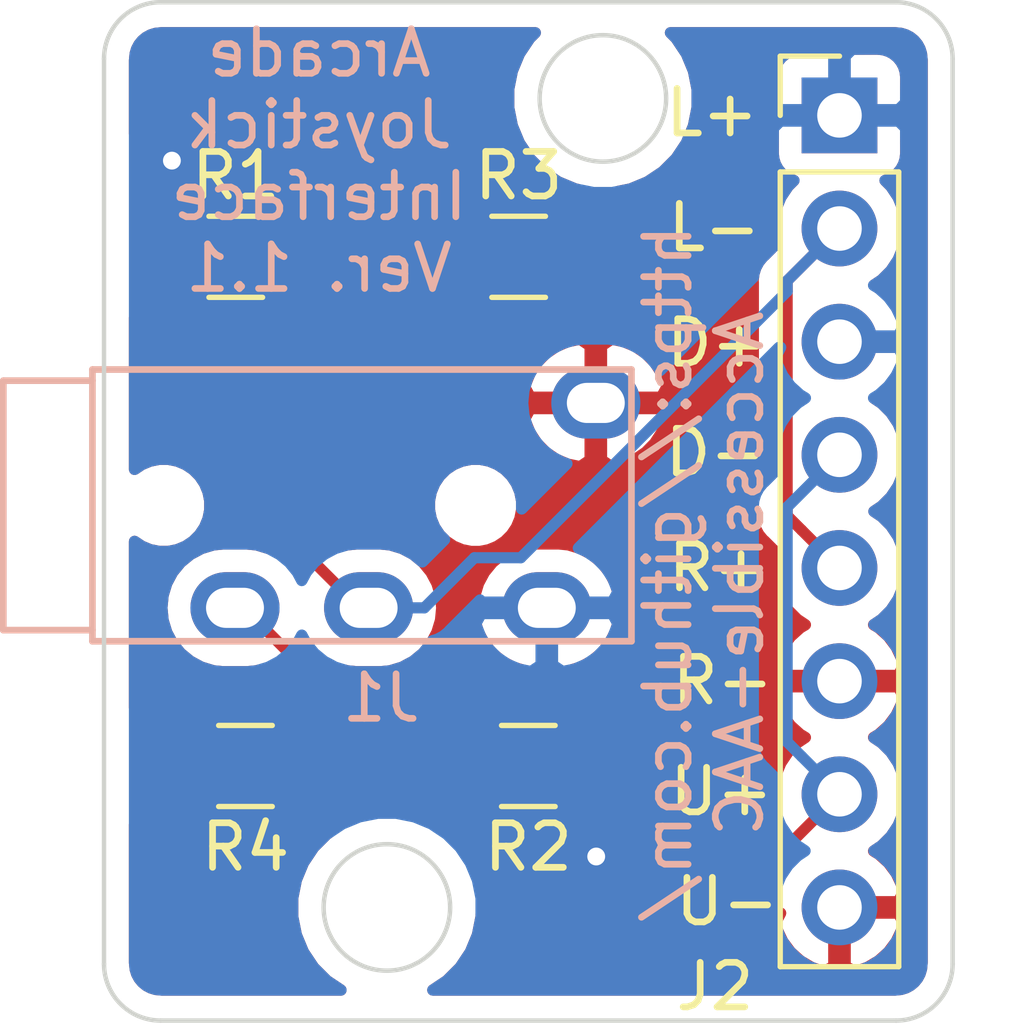
<source format=kicad_pcb>
(kicad_pcb (version 20171130) (host pcbnew 5.1.10-88a1d61d58~90~ubuntu20.04.1)

  (general
    (thickness 1.6)
    (drawings 12)
    (tracks 34)
    (zones 0)
    (modules 6)
    (nets 5)
  )

  (page USLetter)
  (title_block
    (title "Arcade Joystick Interface Board")
    (date 2019-06-26)
    (rev 1.1)
    (comment 1 "Copyright 2019 Don Haig (accessible.aac at gmail dot com)")
    (comment 2 http://creativecommons.org/licenses/by-sa/4.0/)
    (comment 3 "International License")
    (comment 4 "This work is licensed under a Creative Commons Attribution-ShareAlike 4.0")
  )

  (layers
    (0 F.Cu signal)
    (31 B.Cu signal)
    (32 B.Adhes user)
    (33 F.Adhes user)
    (34 B.Paste user)
    (35 F.Paste user)
    (36 B.SilkS user)
    (37 F.SilkS user)
    (38 B.Mask user)
    (39 F.Mask user)
    (40 Dwgs.User user)
    (41 Cmts.User user)
    (42 Eco1.User user)
    (43 Eco2.User user)
    (44 Edge.Cuts user)
    (45 Margin user)
    (46 B.CrtYd user)
    (47 F.CrtYd user)
    (48 B.Fab user)
    (49 F.Fab user)
  )

  (setup
    (last_trace_width 0.25)
    (trace_clearance 0.2)
    (zone_clearance 0.508)
    (zone_45_only no)
    (trace_min 0.2)
    (via_size 0.8)
    (via_drill 0.4)
    (via_min_size 0.4)
    (via_min_drill 0.3)
    (uvia_size 0.3)
    (uvia_drill 0.1)
    (uvias_allowed no)
    (uvia_min_size 0.2)
    (uvia_min_drill 0.1)
    (edge_width 0.1)
    (segment_width 0.2)
    (pcb_text_width 0.3)
    (pcb_text_size 1.5 1.5)
    (mod_edge_width 0.15)
    (mod_text_size 1 1)
    (mod_text_width 0.15)
    (pad_size 1.524 1.524)
    (pad_drill 0.762)
    (pad_to_mask_clearance 0)
    (aux_axis_origin 0 0)
    (visible_elements FFFFFF7F)
    (pcbplotparams
      (layerselection 0x010fc_ffffffff)
      (usegerberextensions true)
      (usegerberattributes false)
      (usegerberadvancedattributes false)
      (creategerberjobfile false)
      (excludeedgelayer true)
      (linewidth 0.100000)
      (plotframeref false)
      (viasonmask false)
      (mode 1)
      (useauxorigin false)
      (hpglpennumber 1)
      (hpglpenspeed 20)
      (hpglpendiameter 15.000000)
      (psnegative false)
      (psa4output false)
      (plotreference true)
      (plotvalue true)
      (plotinvisibletext false)
      (padsonsilk false)
      (subtractmaskfromsilk false)
      (outputformat 1)
      (mirror false)
      (drillshape 0)
      (scaleselection 1)
      (outputdirectory "gerber/"))
  )

  (net 0 "")
  (net 1 /Gnd)
  (net 2 /V+)
  (net 3 /LR)
  (net 4 /UD)

  (net_class Default "This is the default net class."
    (clearance 0.2)
    (trace_width 0.25)
    (via_dia 0.8)
    (via_drill 0.4)
    (uvia_dia 0.3)
    (uvia_drill 0.1)
    (add_net /Gnd)
    (add_net /LR)
    (add_net /UD)
    (add_net /V+)
  )

  (module Resistor_SMD:R_1206_3216Metric (layer F.Cu) (tedit 5B301BBD) (tstamp 5D143028)
    (at 130.175 95.885 180)
    (descr "Resistor SMD 1206 (3216 Metric), square (rectangular) end terminal, IPC_7351 nominal, (Body size source: http://www.tortai-tech.com/upload/download/2011102023233369053.pdf), generated with kicad-footprint-generator")
    (tags resistor)
    (path /5D145693)
    (attr smd)
    (fp_text reference R4 (at 0 -1.82) (layer F.SilkS)
      (effects (font (size 1 1) (thickness 0.15)))
    )
    (fp_text value 10k (at 0 1.82) (layer F.Fab)
      (effects (font (size 1 1) (thickness 0.15)))
    )
    (fp_line (start -1.6 0.8) (end -1.6 -0.8) (layer F.Fab) (width 0.1))
    (fp_line (start -1.6 -0.8) (end 1.6 -0.8) (layer F.Fab) (width 0.1))
    (fp_line (start 1.6 -0.8) (end 1.6 0.8) (layer F.Fab) (width 0.1))
    (fp_line (start 1.6 0.8) (end -1.6 0.8) (layer F.Fab) (width 0.1))
    (fp_line (start -0.602064 -0.91) (end 0.602064 -0.91) (layer F.SilkS) (width 0.12))
    (fp_line (start -0.602064 0.91) (end 0.602064 0.91) (layer F.SilkS) (width 0.12))
    (fp_line (start -2.28 1.12) (end -2.28 -1.12) (layer F.CrtYd) (width 0.05))
    (fp_line (start -2.28 -1.12) (end 2.28 -1.12) (layer F.CrtYd) (width 0.05))
    (fp_line (start 2.28 -1.12) (end 2.28 1.12) (layer F.CrtYd) (width 0.05))
    (fp_line (start 2.28 1.12) (end -2.28 1.12) (layer F.CrtYd) (width 0.05))
    (fp_text user %R (at 0 0) (layer F.Fab)
      (effects (font (size 0.8 0.8) (thickness 0.12)))
    )
    (pad 2 smd roundrect (at 1.4 0 180) (size 1.25 1.75) (layers F.Cu F.Paste F.Mask) (roundrect_rratio 0.2)
      (net 1 /Gnd))
    (pad 1 smd roundrect (at -1.4 0 180) (size 1.25 1.75) (layers F.Cu F.Paste F.Mask) (roundrect_rratio 0.2)
      (net 4 /UD))
    (model ${KISYS3DMOD}/Resistor_SMD.3dshapes/R_1206_3216Metric.wrl
      (at (xyz 0 0 0))
      (scale (xyz 1 1 1))
      (rotate (xyz 0 0 0))
    )
  )

  (module Resistor_SMD:R_1206_3216Metric (layer F.Cu) (tedit 5B301BBD) (tstamp 5D142C84)
    (at 136.3075 84.455)
    (descr "Resistor SMD 1206 (3216 Metric), square (rectangular) end terminal, IPC_7351 nominal, (Body size source: http://www.tortai-tech.com/upload/download/2011102023233369053.pdf), generated with kicad-footprint-generator")
    (tags resistor)
    (path /5D145689)
    (attr smd)
    (fp_text reference R3 (at 0 -1.82) (layer F.SilkS)
      (effects (font (size 1 1) (thickness 0.15)))
    )
    (fp_text value 10k (at 0 1.82) (layer F.Fab)
      (effects (font (size 1 1) (thickness 0.15)))
    )
    (fp_line (start -1.6 0.8) (end -1.6 -0.8) (layer F.Fab) (width 0.1))
    (fp_line (start -1.6 -0.8) (end 1.6 -0.8) (layer F.Fab) (width 0.1))
    (fp_line (start 1.6 -0.8) (end 1.6 0.8) (layer F.Fab) (width 0.1))
    (fp_line (start 1.6 0.8) (end -1.6 0.8) (layer F.Fab) (width 0.1))
    (fp_line (start -0.602064 -0.91) (end 0.602064 -0.91) (layer F.SilkS) (width 0.12))
    (fp_line (start -0.602064 0.91) (end 0.602064 0.91) (layer F.SilkS) (width 0.12))
    (fp_line (start -2.28 1.12) (end -2.28 -1.12) (layer F.CrtYd) (width 0.05))
    (fp_line (start -2.28 -1.12) (end 2.28 -1.12) (layer F.CrtYd) (width 0.05))
    (fp_line (start 2.28 -1.12) (end 2.28 1.12) (layer F.CrtYd) (width 0.05))
    (fp_line (start 2.28 1.12) (end -2.28 1.12) (layer F.CrtYd) (width 0.05))
    (fp_text user %R (at 0 0) (layer F.Fab)
      (effects (font (size 0.8 0.8) (thickness 0.12)))
    )
    (pad 2 smd roundrect (at 1.4 0) (size 1.25 1.75) (layers F.Cu F.Paste F.Mask) (roundrect_rratio 0.2)
      (net 1 /Gnd))
    (pad 1 smd roundrect (at -1.4 0) (size 1.25 1.75) (layers F.Cu F.Paste F.Mask) (roundrect_rratio 0.2)
      (net 3 /LR))
    (model ${KISYS3DMOD}/Resistor_SMD.3dshapes/R_1206_3216Metric.wrl
      (at (xyz 0 0 0))
      (scale (xyz 1 1 1))
      (rotate (xyz 0 0 0))
    )
  )

  (module Resistor_SMD:R_1206_3216Metric (layer F.Cu) (tedit 5B301BBD) (tstamp 5D142C73)
    (at 136.525 95.885 180)
    (descr "Resistor SMD 1206 (3216 Metric), square (rectangular) end terminal, IPC_7351 nominal, (Body size source: http://www.tortai-tech.com/upload/download/2011102023233369053.pdf), generated with kicad-footprint-generator")
    (tags resistor)
    (path /5D145181)
    (attr smd)
    (fp_text reference R2 (at 0 -1.82) (layer F.SilkS)
      (effects (font (size 1 1) (thickness 0.15)))
    )
    (fp_text value 10k (at 0 1.82) (layer F.Fab)
      (effects (font (size 1 1) (thickness 0.15)))
    )
    (fp_line (start -1.6 0.8) (end -1.6 -0.8) (layer F.Fab) (width 0.1))
    (fp_line (start -1.6 -0.8) (end 1.6 -0.8) (layer F.Fab) (width 0.1))
    (fp_line (start 1.6 -0.8) (end 1.6 0.8) (layer F.Fab) (width 0.1))
    (fp_line (start 1.6 0.8) (end -1.6 0.8) (layer F.Fab) (width 0.1))
    (fp_line (start -0.602064 -0.91) (end 0.602064 -0.91) (layer F.SilkS) (width 0.12))
    (fp_line (start -0.602064 0.91) (end 0.602064 0.91) (layer F.SilkS) (width 0.12))
    (fp_line (start -2.28 1.12) (end -2.28 -1.12) (layer F.CrtYd) (width 0.05))
    (fp_line (start -2.28 -1.12) (end 2.28 -1.12) (layer F.CrtYd) (width 0.05))
    (fp_line (start 2.28 -1.12) (end 2.28 1.12) (layer F.CrtYd) (width 0.05))
    (fp_line (start 2.28 1.12) (end -2.28 1.12) (layer F.CrtYd) (width 0.05))
    (fp_text user %R (at 0 0) (layer F.Fab)
      (effects (font (size 0.8 0.8) (thickness 0.12)))
    )
    (pad 2 smd roundrect (at 1.4 0 180) (size 1.25 1.75) (layers F.Cu F.Paste F.Mask) (roundrect_rratio 0.2)
      (net 4 /UD))
    (pad 1 smd roundrect (at -1.4 0 180) (size 1.25 1.75) (layers F.Cu F.Paste F.Mask) (roundrect_rratio 0.2)
      (net 2 /V+))
    (model ${KISYS3DMOD}/Resistor_SMD.3dshapes/R_1206_3216Metric.wrl
      (at (xyz 0 0 0))
      (scale (xyz 1 1 1))
      (rotate (xyz 0 0 0))
    )
  )

  (module Resistor_SMD:R_1206_3216Metric (layer F.Cu) (tedit 5B301BBD) (tstamp 5D142C62)
    (at 129.9575 84.455)
    (descr "Resistor SMD 1206 (3216 Metric), square (rectangular) end terminal, IPC_7351 nominal, (Body size source: http://www.tortai-tech.com/upload/download/2011102023233369053.pdf), generated with kicad-footprint-generator")
    (tags resistor)
    (path /5D143B73)
    (attr smd)
    (fp_text reference R1 (at 0 -1.82) (layer F.SilkS)
      (effects (font (size 1 1) (thickness 0.15)))
    )
    (fp_text value 10k (at 0 1.82) (layer F.Fab)
      (effects (font (size 1 1) (thickness 0.15)))
    )
    (fp_line (start -1.6 0.8) (end -1.6 -0.8) (layer F.Fab) (width 0.1))
    (fp_line (start -1.6 -0.8) (end 1.6 -0.8) (layer F.Fab) (width 0.1))
    (fp_line (start 1.6 -0.8) (end 1.6 0.8) (layer F.Fab) (width 0.1))
    (fp_line (start 1.6 0.8) (end -1.6 0.8) (layer F.Fab) (width 0.1))
    (fp_line (start -0.602064 -0.91) (end 0.602064 -0.91) (layer F.SilkS) (width 0.12))
    (fp_line (start -0.602064 0.91) (end 0.602064 0.91) (layer F.SilkS) (width 0.12))
    (fp_line (start -2.28 1.12) (end -2.28 -1.12) (layer F.CrtYd) (width 0.05))
    (fp_line (start -2.28 -1.12) (end 2.28 -1.12) (layer F.CrtYd) (width 0.05))
    (fp_line (start 2.28 -1.12) (end 2.28 1.12) (layer F.CrtYd) (width 0.05))
    (fp_line (start 2.28 1.12) (end -2.28 1.12) (layer F.CrtYd) (width 0.05))
    (fp_text user %R (at 0 0) (layer F.Fab)
      (effects (font (size 0.8 0.8) (thickness 0.12)))
    )
    (pad 2 smd roundrect (at 1.4 0) (size 1.25 1.75) (layers F.Cu F.Paste F.Mask) (roundrect_rratio 0.2)
      (net 3 /LR))
    (pad 1 smd roundrect (at -1.4 0) (size 1.25 1.75) (layers F.Cu F.Paste F.Mask) (roundrect_rratio 0.2)
      (net 2 /V+))
    (model ${KISYS3DMOD}/Resistor_SMD.3dshapes/R_1206_3216Metric.wrl
      (at (xyz 0 0 0))
      (scale (xyz 1 1 1))
      (rotate (xyz 0 0 0))
    )
  )

  (module dbh_kicad_library:Mr_Joystick (layer F.Cu) (tedit 5E1E2BA5) (tstamp 5D142C51)
    (at 143.51 81.28)
    (descr "Through hole straight pin header, 1x08, 2.54mm pitch, single row")
    (tags "Through hole pin header THT 1x08 2.54mm single row")
    (path /5D15435B)
    (fp_text reference J2 (at -2.794 19.558) (layer F.SilkS)
      (effects (font (size 1 1) (thickness 0.15)))
    )
    (fp_text value Mr_Joystick (at 3.302 8.8392 90) (layer F.Fab)
      (effects (font (size 1 1) (thickness 0.15)))
    )
    (fp_line (start -0.635 -1.27) (end 1.27 -1.27) (layer F.Fab) (width 0.1))
    (fp_line (start 1.27 -1.27) (end 1.27 19.05) (layer F.Fab) (width 0.1))
    (fp_line (start 1.27 19.05) (end -1.27 19.05) (layer F.Fab) (width 0.1))
    (fp_line (start -1.27 19.05) (end -1.27 -0.635) (layer F.Fab) (width 0.1))
    (fp_line (start -1.27 -0.635) (end -0.635 -1.27) (layer F.Fab) (width 0.1))
    (fp_line (start -1.33 19.11) (end 1.33 19.11) (layer F.SilkS) (width 0.12))
    (fp_line (start -1.33 1.27) (end -1.33 19.11) (layer F.SilkS) (width 0.12))
    (fp_line (start 1.33 1.27) (end 1.33 19.11) (layer F.SilkS) (width 0.12))
    (fp_line (start -1.33 1.27) (end 1.33 1.27) (layer F.SilkS) (width 0.12))
    (fp_line (start -1.33 0) (end -1.33 -1.33) (layer F.SilkS) (width 0.12))
    (fp_line (start -1.33 -1.33) (end 0 -1.33) (layer F.SilkS) (width 0.12))
    (fp_line (start -1.8 -1.8) (end -1.8 19.55) (layer F.CrtYd) (width 0.05))
    (fp_line (start -1.8 19.55) (end 1.8 19.55) (layer F.CrtYd) (width 0.05))
    (fp_line (start 1.8 19.55) (end 1.8 -1.8) (layer F.CrtYd) (width 0.05))
    (fp_line (start 1.8 -1.8) (end -1.8 -1.8) (layer F.CrtYd) (width 0.05))
    (fp_text user U- (at -2.52 17.65) (layer F.SilkS)
      (effects (font (size 1 1) (thickness 0.15)))
    )
    (fp_text user U+ (at -2.65 15.18) (layer F.SilkS)
      (effects (font (size 1 1) (thickness 0.15)))
    )
    (fp_text user R- (at -2.62 12.69) (layer F.SilkS)
      (effects (font (size 1 1) (thickness 0.15)))
    )
    (fp_text user R+ (at -2.71 10.15) (layer F.SilkS)
      (effects (font (size 1 1) (thickness 0.15)))
    )
    (fp_text user D- (at -2.78 7.57) (layer F.SilkS)
      (effects (font (size 1 1) (thickness 0.15)))
    )
    (fp_text user D+ (at -2.75 5.11) (layer F.SilkS)
      (effects (font (size 1 1) (thickness 0.15)))
    )
    (fp_text user L- (at -2.81 2.52) (layer F.SilkS)
      (effects (font (size 1 1) (thickness 0.15)))
    )
    (fp_text user L+ (at -2.86 -0.06) (layer F.SilkS)
      (effects (font (size 1 1) (thickness 0.15)))
    )
    (fp_text user %R (at 0 8.89 90) (layer F.Fab)
      (effects (font (size 1 1) (thickness 0.15)))
    )
    (pad 8 thru_hole oval (at 0 17.78) (size 1.7 1.7) (drill 1) (layers *.Cu *.Mask)
      (net 1 /Gnd))
    (pad 7 thru_hole oval (at 0 15.24) (size 1.7 1.7) (drill 1) (layers *.Cu *.Mask)
      (net 4 /UD))
    (pad 6 thru_hole oval (at 0 12.7) (size 1.7 1.7) (drill 1) (layers *.Cu *.Mask)
      (net 1 /Gnd))
    (pad 5 thru_hole oval (at 0 10.16) (size 1.7 1.7) (drill 1) (layers *.Cu *.Mask)
      (net 3 /LR))
    (pad 4 thru_hole oval (at 0 7.62) (size 1.7 1.7) (drill 1) (layers *.Cu *.Mask)
      (net 4 /UD))
    (pad 3 thru_hole oval (at 0 5.08) (size 1.7 1.7) (drill 1) (layers *.Cu *.Mask)
      (net 2 /V+))
    (pad 2 thru_hole oval (at 0 2.54) (size 1.7 1.7) (drill 1) (layers *.Cu *.Mask)
      (net 3 /LR))
    (pad 1 thru_hole rect (at 0 0) (size 1.7 1.7) (drill 1) (layers *.Cu *.Mask)
      (net 2 /V+))
  )

  (module dbh_kicad_library:PJ-320A (layer B.Cu) (tedit 5C8461F3) (tstamp 5D142C25)
    (at 129.890001 92.075)
    (path /5D14DF63)
    (autoplace_cost90 8)
    (fp_text reference J1 (at 3.332999 2.286) (layer B.SilkS)
      (effects (font (size 1 1) (thickness 0.15)) (justify mirror))
    )
    (fp_text value PJ320A (at 1.48 -3.97) (layer B.Fab)
      (effects (font (size 1 1) (thickness 0.15)) (justify mirror))
    )
    (fp_line (start -3.15 1.01) (end -3.15 -5.09) (layer B.SilkS) (width 0.15))
    (fp_line (start 8.95 1.01) (end 8.95 -5.09) (layer B.SilkS) (width 0.15))
    (fp_line (start -3.15 1.01) (end 8.95 1.01) (layer B.SilkS) (width 0.15))
    (fp_line (start -3.15 -5.09) (end 8.95 -5.09) (layer B.SilkS) (width 0.15))
    (fp_line (start -3.15 0.76) (end -5.15 0.76) (layer B.SilkS) (width 0.15))
    (fp_line (start -3.15 -4.84) (end -5.15 -4.84) (layer B.SilkS) (width 0.15))
    (fp_line (start -5.15 0.76) (end -5.15 -4.84) (layer B.SilkS) (width 0.15))
    (pad 5 thru_hole oval (at 8.15 -4.34 270) (size 1.6 2) (drill oval 0.9 1.3) (layers *.Cu *.Mask)
      (net 1 /Gnd))
    (pad 4 thru_hole oval (at 7.05 0.26 270) (size 1.6 2) (drill oval 0.9 1.3) (layers *.Cu *.Mask)
      (net 2 /V+))
    (pad 2 thru_hole oval (at 0.05 0.26 270) (size 1.6 2) (drill oval 0.9 1.3) (layers *.Cu *.Mask)
      (net 4 /UD))
    (pad "" np_thru_hole circle (at 5.45 -2.04 270) (size 0.8 0.8) (drill 0.8) (layers *.Cu *.Mask))
    (pad "" np_thru_hole circle (at -1.55 -2.04 270) (size 0.8 0.8) (drill 0.8) (layers *.Cu *.Mask))
    (pad 3 thru_hole oval (at 3.05 0.26 270) (size 1.6 2) (drill oval 0.9 1.3) (layers *.Cu *.Mask)
      (net 3 /LR))
    (model /home/don/projects/github/Accessible-AAC/Hardware/KiCad_libraries/3D_models/pj320a.wrl
      (at (xyz 0 0 0))
      (scale (xyz 1 1 1))
      (rotate (xyz 0 0 90))
    )
    (model /home/don/kicad/libraries/dbh_kicad_library/3D_models/pj320a/pj320a.wrl
      (at (xyz 0 0 0))
      (scale (xyz 1 1 1))
      (rotate (xyz 0 0 0))
    )
  )

  (gr_text "https://github.com/\nAccessible-AAC" (at 140.462 91.567 90) (layer B.SilkS) (tstamp 5E717E46)
    (effects (font (size 1 1) (thickness 0.15)) (justify mirror))
  )
  (gr_circle (center 138.198903 80.899) (end 138.833903 82.169) (layer Edge.Cuts) (width 0.1) (tstamp 5D14400D))
  (gr_circle (center 133.35 99.06) (end 133.985 100.33) (layer Edge.Cuts) (width 0.1))
  (gr_text "Arcade\nJoystick\nInterface\nVer. 1.1" (at 131.826 82.296) (layer B.SilkS)
    (effects (font (size 1 1) (thickness 0.15)) (justify mirror))
  )
  (gr_line (start 127 100.33) (end 127 80.01) (layer Edge.Cuts) (width 0.1) (tstamp 5D1437C0))
  (gr_line (start 144.78 101.6) (end 128.27 101.6) (layer Edge.Cuts) (width 0.1) (tstamp 5D1437BC))
  (gr_line (start 146.05 80.01) (end 146.05 100.33) (layer Edge.Cuts) (width 0.1) (tstamp 5D1437B8))
  (gr_line (start 128.27 78.74) (end 144.78 78.74) (layer Edge.Cuts) (width 0.1) (tstamp 5D1437B3))
  (gr_arc (start 144.78 80.01) (end 146.05 80.01) (angle -90) (layer Edge.Cuts) (width 0.1) (tstamp 5D143791))
  (gr_arc (start 128.27 80.01) (end 128.27 78.74) (angle -90) (layer Edge.Cuts) (width 0.1) (tstamp 5D14377F))
  (gr_arc (start 128.27 100.33) (end 127 100.33) (angle -90) (layer Edge.Cuts) (width 0.1) (tstamp 5D143764))
  (gr_arc (start 144.78 100.33) (end 144.78 101.6) (angle -90) (layer Edge.Cuts) (width 0.1))

  (via (at 128.524 82.296) (size 0.8) (drill 0.4) (layers F.Cu B.Cu) (net 2))
  (via (at 138.049 97.917) (size 0.8) (drill 0.4) (layers F.Cu B.Cu) (net 2))
  (segment (start 138.0125 97.8805) (end 138.049 97.917) (width 0.25) (layer F.Cu) (net 2))
  (segment (start 138.0125 95.885) (end 138.0125 97.8805) (width 0.25) (layer F.Cu) (net 2))
  (segment (start 128.47 82.35) (end 128.524 82.296) (width 0.25) (layer F.Cu) (net 2))
  (segment (start 128.47 84.455) (end 128.47 82.35) (width 0.25) (layer F.Cu) (net 2))
  (segment (start 134.82 84.455) (end 131.445 84.455) (width 0.25) (layer F.Cu) (net 3))
  (segment (start 132.740001 92.335) (end 132.940001 92.335) (width 0.25) (layer F.Cu) (net 3))
  (segment (start 131.445 91.039999) (end 132.740001 92.335) (width 0.25) (layer F.Cu) (net 3))
  (segment (start 131.445 84.455) (end 131.445 91.039999) (width 0.25) (layer F.Cu) (net 3))
  (segment (start 142.334999 90.264999) (end 142.660001 90.590001) (width 0.25) (layer F.Cu) (net 3))
  (segment (start 142.660001 90.590001) (end 143.51 91.44) (width 0.25) (layer F.Cu) (net 3))
  (segment (start 142.334999 84.995001) (end 142.334999 90.264999) (width 0.25) (layer F.Cu) (net 3))
  (segment (start 143.51 83.82) (end 142.334999 84.995001) (width 0.25) (layer F.Cu) (net 3))
  (segment (start 134.82 84.455) (end 134.82 83.48) (width 0.25) (layer F.Cu) (net 3))
  (segment (start 134.190001 92.335) (end 132.940001 92.335) (width 0.25) (layer B.Cu) (net 3))
  (segment (start 136.356015 91.20999) (end 135.315011 91.20999) (width 0.25) (layer B.Cu) (net 3))
  (segment (start 142.334999 85.231006) (end 136.356015 91.20999) (width 0.25) (layer B.Cu) (net 3))
  (segment (start 135.315011 91.20999) (end 134.190001 92.335) (width 0.25) (layer B.Cu) (net 3))
  (segment (start 142.334999 84.995001) (end 142.334999 85.231006) (width 0.25) (layer B.Cu) (net 3))
  (segment (start 143.51 83.82) (end 142.334999 84.995001) (width 0.25) (layer B.Cu) (net 3))
  (segment (start 130.140001 92.335) (end 129.940001 92.335) (width 0.25) (layer F.Cu) (net 4))
  (segment (start 131.6625 93.857499) (end 130.140001 92.335) (width 0.25) (layer F.Cu) (net 4))
  (segment (start 131.6625 95.885) (end 131.6625 93.857499) (width 0.25) (layer F.Cu) (net 4))
  (segment (start 134.225 95.885) (end 131.6625 95.885) (width 0.25) (layer F.Cu) (net 4))
  (segment (start 135.0375 95.885) (end 134.225 95.885) (width 0.25) (layer F.Cu) (net 4))
  (segment (start 141.387999 98.642001) (end 135.980001 98.642001) (width 0.25) (layer F.Cu) (net 4))
  (segment (start 143.51 96.52) (end 141.387999 98.642001) (width 0.25) (layer F.Cu) (net 4))
  (segment (start 135.0375 97.6995) (end 135.0375 95.885) (width 0.25) (layer F.Cu) (net 4))
  (segment (start 135.980001 98.642001) (end 135.0375 97.6995) (width 0.25) (layer F.Cu) (net 4))
  (segment (start 142.660001 95.670001) (end 143.51 96.52) (width 0.25) (layer B.Cu) (net 4))
  (segment (start 142.334999 90.075001) (end 142.334999 95.344999) (width 0.25) (layer B.Cu) (net 4))
  (segment (start 142.334999 95.344999) (end 142.660001 95.670001) (width 0.25) (layer B.Cu) (net 4))
  (segment (start 143.51 88.9) (end 142.334999 90.075001) (width 0.25) (layer B.Cu) (net 4))

  (zone (net 1) (net_name /Gnd) (layer F.Cu) (tstamp 5D298B45) (hatch edge 0.508)
    (connect_pads (clearance 0.508))
    (min_thickness 0.254)
    (fill yes (arc_segments 32) (thermal_gap 0.508) (thermal_bridge_width 0.508))
    (polygon
      (pts
        (xy 145.923 80.01) (xy 145.923 100.33) (xy 145.796 100.838) (xy 145.542 101.092) (xy 145.034 101.473)
        (xy 144.653 101.473) (xy 128.27 101.473) (xy 127.889 101.346) (xy 127.508 101.092) (xy 127.254 100.838)
        (xy 127.127 100.33) (xy 127.127 79.883) (xy 127.381 79.248) (xy 128.016 78.867) (xy 144.907 78.867)
        (xy 145.288 78.994) (xy 145.669 79.248) (xy 145.796 79.629)
      )
    )
    (filled_polygon
      (pts
        (xy 136.556331 79.550976) (xy 136.324906 79.897328) (xy 136.165498 80.282173) (xy 136.084232 80.690723) (xy 136.084232 81.107277)
        (xy 136.165498 81.515827) (xy 136.324906 81.900672) (xy 136.556331 82.247024) (xy 136.850879 82.541572) (xy 137.197231 82.772997)
        (xy 137.582076 82.932405) (xy 137.645395 82.945) (xy 137.580498 82.945) (xy 137.580498 83.103748) (xy 137.42175 82.945)
        (xy 137.0825 82.941928) (xy 136.958018 82.954188) (xy 136.83832 82.990498) (xy 136.728006 83.049463) (xy 136.631315 83.128815)
        (xy 136.551963 83.225506) (xy 136.492998 83.33582) (xy 136.456688 83.455518) (xy 136.444428 83.58) (xy 136.4475 84.16925)
        (xy 136.60625 84.328) (xy 137.5805 84.328) (xy 137.5805 84.308) (xy 137.8345 84.308) (xy 137.8345 84.328)
        (xy 138.80875 84.328) (xy 138.9675 84.16925) (xy 138.970572 83.58) (xy 138.958312 83.455518) (xy 138.922002 83.33582)
        (xy 138.863037 83.225506) (xy 138.783685 83.128815) (xy 138.686994 83.049463) (xy 138.57668 82.990498) (xy 138.555689 82.984131)
        (xy 138.81573 82.932405) (xy 139.200575 82.772997) (xy 139.546927 82.541572) (xy 139.841475 82.247024) (xy 140.0729 81.900672)
        (xy 140.232308 81.515827) (xy 140.313574 81.107277) (xy 140.313574 80.690723) (xy 140.232308 80.282173) (xy 140.0729 79.897328)
        (xy 139.841475 79.550976) (xy 139.715499 79.425) (xy 144.746496 79.425) (xy 144.892992 79.439364) (xy 145.00167 79.472176)
        (xy 145.101918 79.525479) (xy 145.189897 79.597232) (xy 145.262263 79.684707) (xy 145.316263 79.784579) (xy 145.349833 79.893027)
        (xy 145.365 80.037331) (xy 145.365001 100.296486) (xy 145.350636 100.442992) (xy 145.317823 100.551672) (xy 145.264522 100.651917)
        (xy 145.192769 100.739895) (xy 145.105292 100.812263) (xy 145.00542 100.866263) (xy 144.896973 100.899833) (xy 144.752669 100.915)
        (xy 134.380103 100.915) (xy 134.698024 100.702572) (xy 134.992572 100.408024) (xy 135.223997 100.061672) (xy 135.383405 99.676827)
        (xy 135.464671 99.268277) (xy 135.464671 99.202249) (xy 135.555725 99.276975) (xy 135.687754 99.347547) (xy 135.831015 99.391004)
        (xy 135.942668 99.402001) (xy 135.942676 99.402001) (xy 135.980001 99.405677) (xy 136.017326 99.402001) (xy 141.350677 99.402001)
        (xy 141.387999 99.405677) (xy 141.425321 99.402001) (xy 141.425332 99.402001) (xy 141.536985 99.391004) (xy 141.680246 99.347547)
        (xy 141.812275 99.276975) (xy 141.928 99.182002) (xy 141.951803 99.152998) (xy 142.025 99.079801) (xy 142.025 99.187002)
        (xy 142.189844 99.187002) (xy 142.068524 99.41689) (xy 142.113175 99.564099) (xy 142.238359 99.82692) (xy 142.412412 100.060269)
        (xy 142.628645 100.255178) (xy 142.878748 100.404157) (xy 143.153109 100.501481) (xy 143.383 100.380814) (xy 143.383 99.187)
        (xy 143.637 99.187) (xy 143.637 100.380814) (xy 143.866891 100.501481) (xy 144.141252 100.404157) (xy 144.391355 100.255178)
        (xy 144.607588 100.060269) (xy 144.781641 99.82692) (xy 144.906825 99.564099) (xy 144.951476 99.41689) (xy 144.830155 99.187)
        (xy 143.637 99.187) (xy 143.383 99.187) (xy 143.363 99.187) (xy 143.363 98.933) (xy 143.383 98.933)
        (xy 143.383 98.913) (xy 143.637 98.913) (xy 143.637 98.933) (xy 144.830155 98.933) (xy 144.951476 98.70311)
        (xy 144.906825 98.555901) (xy 144.781641 98.29308) (xy 144.607588 98.059731) (xy 144.391355 97.864822) (xy 144.274466 97.795195)
        (xy 144.456632 97.673475) (xy 144.663475 97.466632) (xy 144.82599 97.223411) (xy 144.937932 96.953158) (xy 144.995 96.66626)
        (xy 144.995 96.37374) (xy 144.937932 96.086842) (xy 144.82599 95.816589) (xy 144.663475 95.573368) (xy 144.456632 95.366525)
        (xy 144.274466 95.244805) (xy 144.391355 95.175178) (xy 144.607588 94.980269) (xy 144.781641 94.74692) (xy 144.906825 94.484099)
        (xy 144.951476 94.33689) (xy 144.830155 94.107) (xy 143.637 94.107) (xy 143.637 94.127) (xy 143.383 94.127)
        (xy 143.383 94.107) (xy 142.189845 94.107) (xy 142.068524 94.33689) (xy 142.113175 94.484099) (xy 142.238359 94.74692)
        (xy 142.412412 94.980269) (xy 142.628645 95.175178) (xy 142.745534 95.244805) (xy 142.563368 95.366525) (xy 142.356525 95.573368)
        (xy 142.19401 95.816589) (xy 142.082068 96.086842) (xy 142.025 96.37374) (xy 142.025 96.66626) (xy 142.06879 96.886408)
        (xy 141.073198 97.882001) (xy 139.084 97.882001) (xy 139.084 97.815061) (xy 139.044226 97.615102) (xy 138.966205 97.426744)
        (xy 138.852937 97.257226) (xy 138.821249 97.225538) (xy 138.927962 97.137962) (xy 139.038405 97.003386) (xy 139.120472 96.84985)
        (xy 139.171008 96.683254) (xy 139.188072 96.51) (xy 139.188072 95.26) (xy 139.171008 95.086746) (xy 139.120472 94.92015)
        (xy 139.038405 94.766614) (xy 138.927962 94.632038) (xy 138.793386 94.521595) (xy 138.63985 94.439528) (xy 138.473254 94.388992)
        (xy 138.3 94.371928) (xy 137.55 94.371928) (xy 137.376746 94.388992) (xy 137.21015 94.439528) (xy 137.056614 94.521595)
        (xy 136.922038 94.632038) (xy 136.811595 94.766614) (xy 136.729528 94.92015) (xy 136.678992 95.086746) (xy 136.661928 95.26)
        (xy 136.661928 96.51) (xy 136.678992 96.683254) (xy 136.729528 96.84985) (xy 136.811595 97.003386) (xy 136.922038 97.137962)
        (xy 137.056614 97.248405) (xy 137.199813 97.324947) (xy 137.131795 97.426744) (xy 137.053774 97.615102) (xy 137.014 97.815061)
        (xy 137.014 97.882001) (xy 136.294803 97.882001) (xy 135.7975 97.384699) (xy 135.7975 97.343319) (xy 135.83985 97.330472)
        (xy 135.993386 97.248405) (xy 136.127962 97.137962) (xy 136.238405 97.003386) (xy 136.320472 96.84985) (xy 136.371008 96.683254)
        (xy 136.388072 96.51) (xy 136.388072 95.26) (xy 136.371008 95.086746) (xy 136.320472 94.92015) (xy 136.238405 94.766614)
        (xy 136.127962 94.632038) (xy 135.993386 94.521595) (xy 135.83985 94.439528) (xy 135.673254 94.388992) (xy 135.5 94.371928)
        (xy 134.75 94.371928) (xy 134.576746 94.388992) (xy 134.41015 94.439528) (xy 134.256614 94.521595) (xy 134.122038 94.632038)
        (xy 134.011595 94.766614) (xy 133.929528 94.92015) (xy 133.878992 95.086746) (xy 133.875224 95.125) (xy 132.824776 95.125)
        (xy 132.821008 95.086746) (xy 132.770472 94.92015) (xy 132.688405 94.766614) (xy 132.577962 94.632038) (xy 132.443386 94.521595)
        (xy 132.4225 94.510431) (xy 132.4225 93.894824) (xy 132.426176 93.857499) (xy 132.4225 93.820174) (xy 132.4225 93.820166)
        (xy 132.414184 93.735735) (xy 132.458692 93.749236) (xy 132.669509 93.77) (xy 133.210493 93.77) (xy 133.42131 93.749236)
        (xy 133.691809 93.667182) (xy 133.941102 93.533932) (xy 134.159609 93.354608) (xy 134.338933 93.136101) (xy 134.472183 92.886808)
        (xy 134.554237 92.616309) (xy 134.581944 92.335) (xy 135.298058 92.335) (xy 135.325765 92.616309) (xy 135.407819 92.886808)
        (xy 135.541069 93.136101) (xy 135.720393 93.354608) (xy 135.9389 93.533932) (xy 136.188193 93.667182) (xy 136.458692 93.749236)
        (xy 136.669509 93.77) (xy 137.210493 93.77) (xy 137.42131 93.749236) (xy 137.691809 93.667182) (xy 137.941102 93.533932)
        (xy 138.159609 93.354608) (xy 138.338933 93.136101) (xy 138.472183 92.886808) (xy 138.554237 92.616309) (xy 138.581944 92.335)
        (xy 138.554237 92.053691) (xy 138.472183 91.783192) (xy 138.338933 91.533899) (xy 138.159609 91.315392) (xy 137.941102 91.136068)
        (xy 137.691809 91.002818) (xy 137.42131 90.920764) (xy 137.210493 90.9) (xy 136.669509 90.9) (xy 136.458692 90.920764)
        (xy 136.188193 91.002818) (xy 135.9389 91.136068) (xy 135.720393 91.315392) (xy 135.541069 91.533899) (xy 135.407819 91.783192)
        (xy 135.325765 92.053691) (xy 135.298058 92.335) (xy 134.581944 92.335) (xy 134.554237 92.053691) (xy 134.472183 91.783192)
        (xy 134.338933 91.533899) (xy 134.159609 91.315392) (xy 133.941102 91.136068) (xy 133.691809 91.002818) (xy 133.42131 90.920764)
        (xy 133.210493 90.9) (xy 132.669509 90.9) (xy 132.458692 90.920764) (xy 132.414095 90.934292) (xy 132.205 90.725198)
        (xy 132.205 89.933061) (xy 134.305001 89.933061) (xy 134.305001 90.136939) (xy 134.344775 90.336898) (xy 134.422796 90.525256)
        (xy 134.536064 90.694774) (xy 134.680227 90.838937) (xy 134.849745 90.952205) (xy 135.038103 91.030226) (xy 135.238062 91.07)
        (xy 135.44194 91.07) (xy 135.641899 91.030226) (xy 135.830257 90.952205) (xy 135.999775 90.838937) (xy 136.143938 90.694774)
        (xy 136.257206 90.525256) (xy 136.335227 90.336898) (xy 136.375001 90.136939) (xy 136.375001 89.933061) (xy 136.335227 89.733102)
        (xy 136.257206 89.544744) (xy 136.143938 89.375226) (xy 135.999775 89.231063) (xy 135.830257 89.117795) (xy 135.641899 89.039774)
        (xy 135.44194 89) (xy 135.238062 89) (xy 135.038103 89.039774) (xy 134.849745 89.117795) (xy 134.680227 89.231063)
        (xy 134.536064 89.375226) (xy 134.422796 89.544744) (xy 134.344775 89.733102) (xy 134.305001 89.933061) (xy 132.205 89.933061)
        (xy 132.205 88.084039) (xy 136.448097 88.084039) (xy 136.458557 88.14173) (xy 136.56445 88.403421) (xy 136.719362 88.639425)
        (xy 136.917339 88.840673) (xy 137.150774 88.99943) (xy 137.410695 89.109596) (xy 137.687114 89.166937) (xy 137.913001 89.014474)
        (xy 137.913001 87.862) (xy 138.167001 87.862) (xy 138.167001 89.014474) (xy 138.392888 89.166937) (xy 138.669307 89.109596)
        (xy 138.929228 88.99943) (xy 139.162663 88.840673) (xy 139.36064 88.639425) (xy 139.515552 88.403421) (xy 139.621445 88.14173)
        (xy 139.631905 88.084039) (xy 139.509916 87.862) (xy 138.167001 87.862) (xy 137.913001 87.862) (xy 136.570086 87.862)
        (xy 136.448097 88.084039) (xy 132.205 88.084039) (xy 132.205 87.385961) (xy 136.448097 87.385961) (xy 136.570086 87.608)
        (xy 137.913001 87.608) (xy 137.913001 86.455526) (xy 138.167001 86.455526) (xy 138.167001 87.608) (xy 139.509916 87.608)
        (xy 139.631905 87.385961) (xy 139.621445 87.32827) (xy 139.515552 87.066579) (xy 139.36064 86.830575) (xy 139.162663 86.629327)
        (xy 138.929228 86.47057) (xy 138.669307 86.360404) (xy 138.392888 86.303063) (xy 138.167001 86.455526) (xy 137.913001 86.455526)
        (xy 137.687114 86.303063) (xy 137.410695 86.360404) (xy 137.150774 86.47057) (xy 136.917339 86.629327) (xy 136.719362 86.830575)
        (xy 136.56445 87.066579) (xy 136.458557 87.32827) (xy 136.448097 87.385961) (xy 132.205 87.385961) (xy 132.205 85.829569)
        (xy 132.225886 85.818405) (xy 132.360462 85.707962) (xy 132.470905 85.573386) (xy 132.552972 85.41985) (xy 132.603508 85.253254)
        (xy 132.607276 85.215) (xy 133.657724 85.215) (xy 133.661492 85.253254) (xy 133.712028 85.41985) (xy 133.794095 85.573386)
        (xy 133.904538 85.707962) (xy 134.039114 85.818405) (xy 134.19265 85.900472) (xy 134.359246 85.951008) (xy 134.5325 85.968072)
        (xy 135.2825 85.968072) (xy 135.455754 85.951008) (xy 135.62235 85.900472) (xy 135.775886 85.818405) (xy 135.910462 85.707962)
        (xy 136.020905 85.573386) (xy 136.102972 85.41985) (xy 136.130227 85.33) (xy 136.444428 85.33) (xy 136.456688 85.454482)
        (xy 136.492998 85.57418) (xy 136.551963 85.684494) (xy 136.631315 85.781185) (xy 136.728006 85.860537) (xy 136.83832 85.919502)
        (xy 136.958018 85.955812) (xy 137.0825 85.968072) (xy 137.42175 85.965) (xy 137.5805 85.80625) (xy 137.5805 84.582)
        (xy 137.8345 84.582) (xy 137.8345 85.80625) (xy 137.99325 85.965) (xy 138.3325 85.968072) (xy 138.456982 85.955812)
        (xy 138.57668 85.919502) (xy 138.686994 85.860537) (xy 138.783685 85.781185) (xy 138.863037 85.684494) (xy 138.922002 85.57418)
        (xy 138.958312 85.454482) (xy 138.970572 85.33) (xy 138.968826 84.995001) (xy 141.571323 84.995001) (xy 141.574999 85.032324)
        (xy 141.575 90.227667) (xy 141.571323 90.264999) (xy 141.575 90.302332) (xy 141.578405 90.336898) (xy 141.585997 90.413984)
        (xy 141.629453 90.557245) (xy 141.700025 90.689275) (xy 141.7712 90.776001) (xy 141.794999 90.805) (xy 141.823997 90.828798)
        (xy 142.068791 91.073592) (xy 142.025 91.29374) (xy 142.025 91.58626) (xy 142.082068 91.873158) (xy 142.19401 92.143411)
        (xy 142.356525 92.386632) (xy 142.563368 92.593475) (xy 142.745534 92.715195) (xy 142.628645 92.784822) (xy 142.412412 92.979731)
        (xy 142.238359 93.21308) (xy 142.113175 93.475901) (xy 142.068524 93.62311) (xy 142.189845 93.853) (xy 143.383 93.853)
        (xy 143.383 93.833) (xy 143.637 93.833) (xy 143.637 93.853) (xy 144.830155 93.853) (xy 144.951476 93.62311)
        (xy 144.906825 93.475901) (xy 144.781641 93.21308) (xy 144.607588 92.979731) (xy 144.391355 92.784822) (xy 144.274466 92.715195)
        (xy 144.456632 92.593475) (xy 144.663475 92.386632) (xy 144.82599 92.143411) (xy 144.937932 91.873158) (xy 144.995 91.58626)
        (xy 144.995 91.29374) (xy 144.937932 91.006842) (xy 144.82599 90.736589) (xy 144.663475 90.493368) (xy 144.456632 90.286525)
        (xy 144.28224 90.17) (xy 144.456632 90.053475) (xy 144.663475 89.846632) (xy 144.82599 89.603411) (xy 144.937932 89.333158)
        (xy 144.995 89.04626) (xy 144.995 88.75374) (xy 144.937932 88.466842) (xy 144.82599 88.196589) (xy 144.663475 87.953368)
        (xy 144.456632 87.746525) (xy 144.28224 87.63) (xy 144.456632 87.513475) (xy 144.663475 87.306632) (xy 144.82599 87.063411)
        (xy 144.937932 86.793158) (xy 144.995 86.50626) (xy 144.995 86.21374) (xy 144.937932 85.926842) (xy 144.82599 85.656589)
        (xy 144.663475 85.413368) (xy 144.456632 85.206525) (xy 144.28224 85.09) (xy 144.456632 84.973475) (xy 144.663475 84.766632)
        (xy 144.82599 84.523411) (xy 144.937932 84.253158) (xy 144.995 83.96626) (xy 144.995 83.67374) (xy 144.937932 83.386842)
        (xy 144.82599 83.116589) (xy 144.663475 82.873368) (xy 144.53162 82.741513) (xy 144.60418 82.719502) (xy 144.714494 82.660537)
        (xy 144.811185 82.581185) (xy 144.890537 82.484494) (xy 144.949502 82.37418) (xy 144.985812 82.254482) (xy 144.998072 82.13)
        (xy 144.998072 80.43) (xy 144.985812 80.305518) (xy 144.949502 80.18582) (xy 144.890537 80.075506) (xy 144.811185 79.978815)
        (xy 144.714494 79.899463) (xy 144.60418 79.840498) (xy 144.484482 79.804188) (xy 144.36 79.791928) (xy 142.66 79.791928)
        (xy 142.535518 79.804188) (xy 142.41582 79.840498) (xy 142.305506 79.899463) (xy 142.208815 79.978815) (xy 142.129463 80.075506)
        (xy 142.070498 80.18582) (xy 142.034188 80.305518) (xy 142.021928 80.43) (xy 142.021928 82.13) (xy 142.034188 82.254482)
        (xy 142.070498 82.37418) (xy 142.129463 82.484494) (xy 142.208815 82.581185) (xy 142.305506 82.660537) (xy 142.41582 82.719502)
        (xy 142.48838 82.741513) (xy 142.356525 82.873368) (xy 142.19401 83.116589) (xy 142.082068 83.386842) (xy 142.025 83.67374)
        (xy 142.025 83.96626) (xy 142.068791 84.186408) (xy 141.824002 84.431197) (xy 141.794998 84.455) (xy 141.764361 84.492332)
        (xy 141.700025 84.570725) (xy 141.682247 84.603985) (xy 141.629453 84.702755) (xy 141.585996 84.846016) (xy 141.574999 84.957669)
        (xy 141.574999 84.957679) (xy 141.571323 84.995001) (xy 138.968826 84.995001) (xy 138.9675 84.74075) (xy 138.80875 84.582)
        (xy 137.8345 84.582) (xy 137.5805 84.582) (xy 136.60625 84.582) (xy 136.4475 84.74075) (xy 136.444428 85.33)
        (xy 136.130227 85.33) (xy 136.153508 85.253254) (xy 136.170572 85.08) (xy 136.170572 83.83) (xy 136.153508 83.656746)
        (xy 136.102972 83.49015) (xy 136.020905 83.336614) (xy 135.910462 83.202038) (xy 135.775886 83.091595) (xy 135.62235 83.009528)
        (xy 135.455754 82.958992) (xy 135.368539 82.950402) (xy 135.360001 82.939999) (xy 135.244276 82.845026) (xy 135.112247 82.774454)
        (xy 134.968986 82.730997) (xy 134.82 82.716323) (xy 134.671015 82.730997) (xy 134.527754 82.774454) (xy 134.395725 82.845026)
        (xy 134.28 82.939999) (xy 134.232979 82.997294) (xy 134.19265 83.009528) (xy 134.039114 83.091595) (xy 133.904538 83.202038)
        (xy 133.794095 83.336614) (xy 133.712028 83.49015) (xy 133.661492 83.656746) (xy 133.657724 83.695) (xy 132.607276 83.695)
        (xy 132.603508 83.656746) (xy 132.552972 83.49015) (xy 132.470905 83.336614) (xy 132.360462 83.202038) (xy 132.225886 83.091595)
        (xy 132.07235 83.009528) (xy 131.905754 82.958992) (xy 131.7325 82.941928) (xy 130.9825 82.941928) (xy 130.809246 82.958992)
        (xy 130.64265 83.009528) (xy 130.489114 83.091595) (xy 130.354538 83.202038) (xy 130.244095 83.336614) (xy 130.162028 83.49015)
        (xy 130.111492 83.656746) (xy 130.094428 83.83) (xy 130.094428 85.08) (xy 130.111492 85.253254) (xy 130.162028 85.41985)
        (xy 130.244095 85.573386) (xy 130.354538 85.707962) (xy 130.489114 85.818405) (xy 130.64265 85.900472) (xy 130.685 85.913319)
        (xy 130.685001 91.000753) (xy 130.42131 90.920764) (xy 130.210493 90.9) (xy 129.669509 90.9) (xy 129.458692 90.920764)
        (xy 129.188193 91.002818) (xy 128.9389 91.136068) (xy 128.720393 91.315392) (xy 128.541069 91.533899) (xy 128.407819 91.783192)
        (xy 128.325765 92.053691) (xy 128.298058 92.335) (xy 128.325765 92.616309) (xy 128.407819 92.886808) (xy 128.541069 93.136101)
        (xy 128.720393 93.354608) (xy 128.9389 93.533932) (xy 129.188193 93.667182) (xy 129.458692 93.749236) (xy 129.669509 93.77)
        (xy 130.210493 93.77) (xy 130.42131 93.749236) (xy 130.465907 93.735708) (xy 130.902501 94.172302) (xy 130.902501 94.426681)
        (xy 130.86015 94.439528) (xy 130.706614 94.521595) (xy 130.572038 94.632038) (xy 130.461595 94.766614) (xy 130.379528 94.92015)
        (xy 130.328992 95.086746) (xy 130.311928 95.26) (xy 130.311928 96.51) (xy 130.328992 96.683254) (xy 130.379528 96.84985)
        (xy 130.461595 97.003386) (xy 130.572038 97.137962) (xy 130.706614 97.248405) (xy 130.86015 97.330472) (xy 131.026746 97.381008)
        (xy 131.2 97.398072) (xy 131.95 97.398072) (xy 132.044938 97.388721) (xy 132.001976 97.417428) (xy 131.707428 97.711976)
        (xy 131.476003 98.058328) (xy 131.316595 98.443173) (xy 131.235329 98.851723) (xy 131.235329 99.268277) (xy 131.316595 99.676827)
        (xy 131.476003 100.061672) (xy 131.707428 100.408024) (xy 132.001976 100.702572) (xy 132.319897 100.915) (xy 128.303504 100.915)
        (xy 128.157008 100.900636) (xy 128.048328 100.867823) (xy 127.948083 100.814522) (xy 127.860105 100.742769) (xy 127.787737 100.655292)
        (xy 127.733737 100.55542) (xy 127.700167 100.446973) (xy 127.685 100.302669) (xy 127.685 97.194351) (xy 127.698815 97.211185)
        (xy 127.795506 97.290537) (xy 127.90582 97.349502) (xy 128.025518 97.385812) (xy 128.15 97.398072) (xy 128.48925 97.395)
        (xy 128.648 97.23625) (xy 128.648 96.012) (xy 128.902 96.012) (xy 128.902 97.23625) (xy 129.06075 97.395)
        (xy 129.4 97.398072) (xy 129.524482 97.385812) (xy 129.64418 97.349502) (xy 129.754494 97.290537) (xy 129.851185 97.211185)
        (xy 129.930537 97.114494) (xy 129.989502 97.00418) (xy 130.025812 96.884482) (xy 130.038072 96.76) (xy 130.035 96.17075)
        (xy 129.87625 96.012) (xy 128.902 96.012) (xy 128.648 96.012) (xy 128.628 96.012) (xy 128.628 95.758)
        (xy 128.648 95.758) (xy 128.648 94.53375) (xy 128.902 94.53375) (xy 128.902 95.758) (xy 129.87625 95.758)
        (xy 130.035 95.59925) (xy 130.038072 95.01) (xy 130.025812 94.885518) (xy 129.989502 94.76582) (xy 129.930537 94.655506)
        (xy 129.851185 94.558815) (xy 129.754494 94.479463) (xy 129.64418 94.420498) (xy 129.524482 94.384188) (xy 129.4 94.371928)
        (xy 129.06075 94.375) (xy 128.902 94.53375) (xy 128.648 94.53375) (xy 128.48925 94.375) (xy 128.15 94.371928)
        (xy 128.025518 94.384188) (xy 127.90582 94.420498) (xy 127.795506 94.479463) (xy 127.698815 94.558815) (xy 127.685 94.575649)
        (xy 127.685 90.842126) (xy 127.849745 90.952205) (xy 128.038103 91.030226) (xy 128.238062 91.07) (xy 128.44194 91.07)
        (xy 128.641899 91.030226) (xy 128.830257 90.952205) (xy 128.999775 90.838937) (xy 129.143938 90.694774) (xy 129.257206 90.525256)
        (xy 129.335227 90.336898) (xy 129.375001 90.136939) (xy 129.375001 89.933061) (xy 129.335227 89.733102) (xy 129.257206 89.544744)
        (xy 129.143938 89.375226) (xy 128.999775 89.231063) (xy 128.830257 89.117795) (xy 128.641899 89.039774) (xy 128.44194 89)
        (xy 128.238062 89) (xy 128.038103 89.039774) (xy 127.849745 89.117795) (xy 127.685 89.227874) (xy 127.685 85.815029)
        (xy 127.689114 85.818405) (xy 127.84265 85.900472) (xy 128.009246 85.951008) (xy 128.1825 85.968072) (xy 128.9325 85.968072)
        (xy 129.105754 85.951008) (xy 129.27235 85.900472) (xy 129.425886 85.818405) (xy 129.560462 85.707962) (xy 129.670905 85.573386)
        (xy 129.752972 85.41985) (xy 129.803508 85.253254) (xy 129.820572 85.08) (xy 129.820572 83.83) (xy 129.803508 83.656746)
        (xy 129.752972 83.49015) (xy 129.670905 83.336614) (xy 129.560462 83.202038) (xy 129.425886 83.091595) (xy 129.273545 83.010166)
        (xy 129.327937 82.955774) (xy 129.441205 82.786256) (xy 129.519226 82.597898) (xy 129.559 82.397939) (xy 129.559 82.194061)
        (xy 129.519226 81.994102) (xy 129.441205 81.805744) (xy 129.327937 81.636226) (xy 129.183774 81.492063) (xy 129.014256 81.378795)
        (xy 128.825898 81.300774) (xy 128.625939 81.261) (xy 128.422061 81.261) (xy 128.222102 81.300774) (xy 128.033744 81.378795)
        (xy 127.864226 81.492063) (xy 127.720063 81.636226) (xy 127.685 81.688702) (xy 127.685 80.043504) (xy 127.699364 79.897008)
        (xy 127.732176 79.78833) (xy 127.785479 79.688082) (xy 127.857232 79.600103) (xy 127.944707 79.527737) (xy 128.044579 79.473737)
        (xy 128.153027 79.440167) (xy 128.297331 79.425) (xy 136.682307 79.425)
      )
    )
  )
  (zone (net 2) (net_name /V+) (layer B.Cu) (tstamp 5D298B42) (hatch edge 0.508)
    (connect_pads (clearance 0.508))
    (min_thickness 0.254)
    (fill yes (arc_segments 32) (thermal_gap 0.508) (thermal_bridge_width 0.508))
    (polygon
      (pts
        (xy 144.907 78.867) (xy 145.288 78.994) (xy 145.669 79.248) (xy 145.923 80.01) (xy 145.923 100.33)
        (xy 145.796 100.838) (xy 145.034 101.473) (xy 128.27 101.473) (xy 127.889 101.346) (xy 127.508 101.092)
        (xy 127.254 100.838) (xy 127.127 100.33) (xy 127.127 79.883) (xy 127.381 79.248) (xy 128.016 78.867)
      )
    )
    (filled_polygon
      (pts
        (xy 136.556331 79.550976) (xy 136.324906 79.897328) (xy 136.165498 80.282173) (xy 136.084232 80.690723) (xy 136.084232 81.107277)
        (xy 136.165498 81.515827) (xy 136.324906 81.900672) (xy 136.556331 82.247024) (xy 136.850879 82.541572) (xy 137.197231 82.772997)
        (xy 137.582076 82.932405) (xy 137.990626 83.013671) (xy 138.40718 83.013671) (xy 138.81573 82.932405) (xy 139.200575 82.772997)
        (xy 139.546927 82.541572) (xy 139.841475 82.247024) (xy 140.0729 81.900672) (xy 140.232308 81.515827) (xy 140.313574 81.107277)
        (xy 140.313574 80.690723) (xy 140.261713 80.43) (xy 142.021928 80.43) (xy 142.025 80.99425) (xy 142.18375 81.153)
        (xy 143.383 81.153) (xy 143.383 79.95375) (xy 143.637 79.95375) (xy 143.637 81.153) (xy 144.83625 81.153)
        (xy 144.995 80.99425) (xy 144.998072 80.43) (xy 144.985812 80.305518) (xy 144.949502 80.18582) (xy 144.890537 80.075506)
        (xy 144.811185 79.978815) (xy 144.714494 79.899463) (xy 144.60418 79.840498) (xy 144.484482 79.804188) (xy 144.36 79.791928)
        (xy 143.79575 79.795) (xy 143.637 79.95375) (xy 143.383 79.95375) (xy 143.22425 79.795) (xy 142.66 79.791928)
        (xy 142.535518 79.804188) (xy 142.41582 79.840498) (xy 142.305506 79.899463) (xy 142.208815 79.978815) (xy 142.129463 80.075506)
        (xy 142.070498 80.18582) (xy 142.034188 80.305518) (xy 142.021928 80.43) (xy 140.261713 80.43) (xy 140.232308 80.282173)
        (xy 140.0729 79.897328) (xy 139.841475 79.550976) (xy 139.715499 79.425) (xy 144.746496 79.425) (xy 144.892992 79.439364)
        (xy 145.00167 79.472176) (xy 145.101918 79.525479) (xy 145.189897 79.597232) (xy 145.262263 79.684707) (xy 145.316263 79.784579)
        (xy 145.349833 79.893027) (xy 145.365 80.037331) (xy 145.365001 100.296486) (xy 145.350636 100.442992) (xy 145.317823 100.551672)
        (xy 145.264522 100.651917) (xy 145.192769 100.739895) (xy 145.105292 100.812263) (xy 145.00542 100.866263) (xy 144.896973 100.899833)
        (xy 144.752669 100.915) (xy 134.380103 100.915) (xy 134.698024 100.702572) (xy 134.992572 100.408024) (xy 135.223997 100.061672)
        (xy 135.383405 99.676827) (xy 135.464671 99.268277) (xy 135.464671 98.851723) (xy 135.383405 98.443173) (xy 135.223997 98.058328)
        (xy 134.992572 97.711976) (xy 134.698024 97.417428) (xy 134.351672 97.186003) (xy 133.966827 97.026595) (xy 133.558277 96.945329)
        (xy 133.141723 96.945329) (xy 132.733173 97.026595) (xy 132.348328 97.186003) (xy 132.001976 97.417428) (xy 131.707428 97.711976)
        (xy 131.476003 98.058328) (xy 131.316595 98.443173) (xy 131.235329 98.851723) (xy 131.235329 99.268277) (xy 131.316595 99.676827)
        (xy 131.476003 100.061672) (xy 131.707428 100.408024) (xy 132.001976 100.702572) (xy 132.319897 100.915) (xy 128.303504 100.915)
        (xy 128.157008 100.900636) (xy 128.048328 100.867823) (xy 127.948083 100.814522) (xy 127.860105 100.742769) (xy 127.787737 100.655292)
        (xy 127.733737 100.55542) (xy 127.700167 100.446973) (xy 127.685 100.302669) (xy 127.685 92.335) (xy 128.298058 92.335)
        (xy 128.325765 92.616309) (xy 128.407819 92.886808) (xy 128.541069 93.136101) (xy 128.720393 93.354608) (xy 128.9389 93.533932)
        (xy 129.188193 93.667182) (xy 129.458692 93.749236) (xy 129.669509 93.77) (xy 130.210493 93.77) (xy 130.42131 93.749236)
        (xy 130.691809 93.667182) (xy 130.941102 93.533932) (xy 131.159609 93.354608) (xy 131.338933 93.136101) (xy 131.440001 92.947016)
        (xy 131.541069 93.136101) (xy 131.720393 93.354608) (xy 131.9389 93.533932) (xy 132.188193 93.667182) (xy 132.458692 93.749236)
        (xy 132.669509 93.77) (xy 133.210493 93.77) (xy 133.42131 93.749236) (xy 133.691809 93.667182) (xy 133.941102 93.533932)
        (xy 134.159609 93.354608) (xy 134.338933 93.136101) (xy 134.372158 93.073941) (xy 134.482248 93.040546) (xy 134.614277 92.969974)
        (xy 134.730002 92.875001) (xy 134.753804 92.845998) (xy 134.915763 92.684039) (xy 135.348097 92.684039) (xy 135.358557 92.74173)
        (xy 135.46445 93.003421) (xy 135.619362 93.239425) (xy 135.817339 93.440673) (xy 136.050774 93.59943) (xy 136.310695 93.709596)
        (xy 136.587114 93.766937) (xy 136.813001 93.614474) (xy 136.813001 92.462) (xy 137.067001 92.462) (xy 137.067001 93.614474)
        (xy 137.292888 93.766937) (xy 137.569307 93.709596) (xy 137.829228 93.59943) (xy 138.062663 93.440673) (xy 138.26064 93.239425)
        (xy 138.415552 93.003421) (xy 138.521445 92.74173) (xy 138.531905 92.684039) (xy 138.409916 92.462) (xy 137.067001 92.462)
        (xy 136.813001 92.462) (xy 135.470086 92.462) (xy 135.348097 92.684039) (xy 134.915763 92.684039) (xy 135.442328 92.157476)
        (xy 135.470086 92.208) (xy 136.813001 92.208) (xy 136.813001 92.188) (xy 137.067001 92.188) (xy 137.067001 92.208)
        (xy 138.409916 92.208) (xy 138.531905 91.985961) (xy 138.521445 91.92827) (xy 138.415552 91.666579) (xy 138.26064 91.430575)
        (xy 138.062663 91.229327) (xy 137.829228 91.07057) (xy 137.647332 90.993474) (xy 142.153805 86.487002) (xy 142.189844 86.487002)
        (xy 142.068524 86.71689) (xy 142.113175 86.864099) (xy 142.238359 87.12692) (xy 142.412412 87.360269) (xy 142.628645 87.555178)
        (xy 142.745534 87.624805) (xy 142.563368 87.746525) (xy 142.356525 87.953368) (xy 142.19401 88.196589) (xy 142.082068 88.466842)
        (xy 142.025 88.75374) (xy 142.025 89.04626) (xy 142.068791 89.266408) (xy 141.824002 89.511197) (xy 141.794998 89.535)
        (xy 141.73987 89.602175) (xy 141.700025 89.650725) (xy 141.655993 89.733102) (xy 141.629453 89.782755) (xy 141.585996 89.926016)
        (xy 141.574999 90.037669) (xy 141.574999 90.037679) (xy 141.571323 90.075001) (xy 141.574999 90.112324) (xy 141.575 95.307667)
        (xy 141.571323 95.344999) (xy 141.585997 95.493984) (xy 141.629453 95.637245) (xy 141.700025 95.769275) (xy 141.7712 95.856001)
        (xy 141.794999 95.885) (xy 141.823997 95.908798) (xy 142.068791 96.153592) (xy 142.025 96.37374) (xy 142.025 96.66626)
        (xy 142.082068 96.953158) (xy 142.19401 97.223411) (xy 142.356525 97.466632) (xy 142.563368 97.673475) (xy 142.73776 97.79)
        (xy 142.563368 97.906525) (xy 142.356525 98.113368) (xy 142.19401 98.356589) (xy 142.082068 98.626842) (xy 142.025 98.91374)
        (xy 142.025 99.20626) (xy 142.082068 99.493158) (xy 142.19401 99.763411) (xy 142.356525 100.006632) (xy 142.563368 100.213475)
        (xy 142.806589 100.37599) (xy 143.076842 100.487932) (xy 143.36374 100.545) (xy 143.65626 100.545) (xy 143.943158 100.487932)
        (xy 144.213411 100.37599) (xy 144.456632 100.213475) (xy 144.663475 100.006632) (xy 144.82599 99.763411) (xy 144.937932 99.493158)
        (xy 144.995 99.20626) (xy 144.995 98.91374) (xy 144.937932 98.626842) (xy 144.82599 98.356589) (xy 144.663475 98.113368)
        (xy 144.456632 97.906525) (xy 144.28224 97.79) (xy 144.456632 97.673475) (xy 144.663475 97.466632) (xy 144.82599 97.223411)
        (xy 144.937932 96.953158) (xy 144.995 96.66626) (xy 144.995 96.37374) (xy 144.937932 96.086842) (xy 144.82599 95.816589)
        (xy 144.663475 95.573368) (xy 144.456632 95.366525) (xy 144.28224 95.25) (xy 144.456632 95.133475) (xy 144.663475 94.926632)
        (xy 144.82599 94.683411) (xy 144.937932 94.413158) (xy 144.995 94.12626) (xy 144.995 93.83374) (xy 144.937932 93.546842)
        (xy 144.82599 93.276589) (xy 144.663475 93.033368) (xy 144.456632 92.826525) (xy 144.28224 92.71) (xy 144.456632 92.593475)
        (xy 144.663475 92.386632) (xy 144.82599 92.143411) (xy 144.937932 91.873158) (xy 144.995 91.58626) (xy 144.995 91.29374)
        (xy 144.937932 91.006842) (xy 144.82599 90.736589) (xy 144.663475 90.493368) (xy 144.456632 90.286525) (xy 144.28224 90.17)
        (xy 144.456632 90.053475) (xy 144.663475 89.846632) (xy 144.82599 89.603411) (xy 144.937932 89.333158) (xy 144.995 89.04626)
        (xy 144.995 88.75374) (xy 144.937932 88.466842) (xy 144.82599 88.196589) (xy 144.663475 87.953368) (xy 144.456632 87.746525)
        (xy 144.274466 87.624805) (xy 144.391355 87.555178) (xy 144.607588 87.360269) (xy 144.781641 87.12692) (xy 144.906825 86.864099)
        (xy 144.951476 86.71689) (xy 144.830155 86.487) (xy 143.637 86.487) (xy 143.637 86.507) (xy 143.383 86.507)
        (xy 143.383 86.487) (xy 143.363 86.487) (xy 143.363 86.233) (xy 143.383 86.233) (xy 143.383 86.213)
        (xy 143.637 86.213) (xy 143.637 86.233) (xy 144.830155 86.233) (xy 144.951476 86.00311) (xy 144.906825 85.855901)
        (xy 144.781641 85.59308) (xy 144.607588 85.359731) (xy 144.391355 85.164822) (xy 144.274466 85.095195) (xy 144.456632 84.973475)
        (xy 144.663475 84.766632) (xy 144.82599 84.523411) (xy 144.937932 84.253158) (xy 144.995 83.96626) (xy 144.995 83.67374)
        (xy 144.937932 83.386842) (xy 144.82599 83.116589) (xy 144.663475 82.873368) (xy 144.53162 82.741513) (xy 144.60418 82.719502)
        (xy 144.714494 82.660537) (xy 144.811185 82.581185) (xy 144.890537 82.484494) (xy 144.949502 82.37418) (xy 144.985812 82.254482)
        (xy 144.998072 82.13) (xy 144.995 81.56575) (xy 144.83625 81.407) (xy 143.637 81.407) (xy 143.637 81.427)
        (xy 143.383 81.427) (xy 143.383 81.407) (xy 142.18375 81.407) (xy 142.025 81.56575) (xy 142.021928 82.13)
        (xy 142.034188 82.254482) (xy 142.070498 82.37418) (xy 142.129463 82.484494) (xy 142.208815 82.581185) (xy 142.305506 82.660537)
        (xy 142.41582 82.719502) (xy 142.48838 82.741513) (xy 142.356525 82.873368) (xy 142.19401 83.116589) (xy 142.082068 83.386842)
        (xy 142.025 83.67374) (xy 142.025 83.96626) (xy 142.068791 84.186408) (xy 141.824002 84.431197) (xy 141.794998 84.455)
        (xy 141.73987 84.522175) (xy 141.700025 84.570725) (xy 141.648454 84.667207) (xy 141.629453 84.702755) (xy 141.585996 84.846016)
        (xy 141.579529 84.911674) (xy 139.480165 87.011038) (xy 139.438933 86.933899) (xy 139.259609 86.715392) (xy 139.041102 86.536068)
        (xy 138.791809 86.402818) (xy 138.52131 86.320764) (xy 138.310493 86.3) (xy 137.769509 86.3) (xy 137.558692 86.320764)
        (xy 137.288193 86.402818) (xy 137.0389 86.536068) (xy 136.820393 86.715392) (xy 136.641069 86.933899) (xy 136.507819 87.183192)
        (xy 136.425765 87.453691) (xy 136.398058 87.735) (xy 136.425765 88.016309) (xy 136.507819 88.286808) (xy 136.641069 88.536101)
        (xy 136.820393 88.754608) (xy 137.0389 88.933932) (xy 137.288193 89.067182) (xy 137.392409 89.098795) (xy 136.375001 90.116203)
        (xy 136.375001 89.933061) (xy 136.335227 89.733102) (xy 136.257206 89.544744) (xy 136.143938 89.375226) (xy 135.999775 89.231063)
        (xy 135.830257 89.117795) (xy 135.641899 89.039774) (xy 135.44194 89) (xy 135.238062 89) (xy 135.038103 89.039774)
        (xy 134.849745 89.117795) (xy 134.680227 89.231063) (xy 134.536064 89.375226) (xy 134.422796 89.544744) (xy 134.344775 89.733102)
        (xy 134.305001 89.933061) (xy 134.305001 90.136939) (xy 134.344775 90.336898) (xy 134.422796 90.525256) (xy 134.536064 90.694774)
        (xy 134.645744 90.804454) (xy 134.145987 91.304212) (xy 133.941102 91.136068) (xy 133.691809 91.002818) (xy 133.42131 90.920764)
        (xy 133.210493 90.9) (xy 132.669509 90.9) (xy 132.458692 90.920764) (xy 132.188193 91.002818) (xy 131.9389 91.136068)
        (xy 131.720393 91.315392) (xy 131.541069 91.533899) (xy 131.440001 91.722984) (xy 131.338933 91.533899) (xy 131.159609 91.315392)
        (xy 130.941102 91.136068) (xy 130.691809 91.002818) (xy 130.42131 90.920764) (xy 130.210493 90.9) (xy 129.669509 90.9)
        (xy 129.458692 90.920764) (xy 129.188193 91.002818) (xy 128.9389 91.136068) (xy 128.720393 91.315392) (xy 128.541069 91.533899)
        (xy 128.407819 91.783192) (xy 128.325765 92.053691) (xy 128.298058 92.335) (xy 127.685 92.335) (xy 127.685 90.842126)
        (xy 127.849745 90.952205) (xy 128.038103 91.030226) (xy 128.238062 91.07) (xy 128.44194 91.07) (xy 128.641899 91.030226)
        (xy 128.830257 90.952205) (xy 128.999775 90.838937) (xy 129.143938 90.694774) (xy 129.257206 90.525256) (xy 129.335227 90.336898)
        (xy 129.375001 90.136939) (xy 129.375001 89.933061) (xy 129.335227 89.733102) (xy 129.257206 89.544744) (xy 129.143938 89.375226)
        (xy 128.999775 89.231063) (xy 128.830257 89.117795) (xy 128.641899 89.039774) (xy 128.44194 89) (xy 128.238062 89)
        (xy 128.038103 89.039774) (xy 127.849745 89.117795) (xy 127.685 89.227874) (xy 127.685 80.043504) (xy 127.699364 79.897008)
        (xy 127.732176 79.78833) (xy 127.785479 79.688082) (xy 127.857232 79.600103) (xy 127.944707 79.527737) (xy 128.044579 79.473737)
        (xy 128.153027 79.440167) (xy 128.297331 79.425) (xy 136.682307 79.425)
      )
    )
  )
)

</source>
